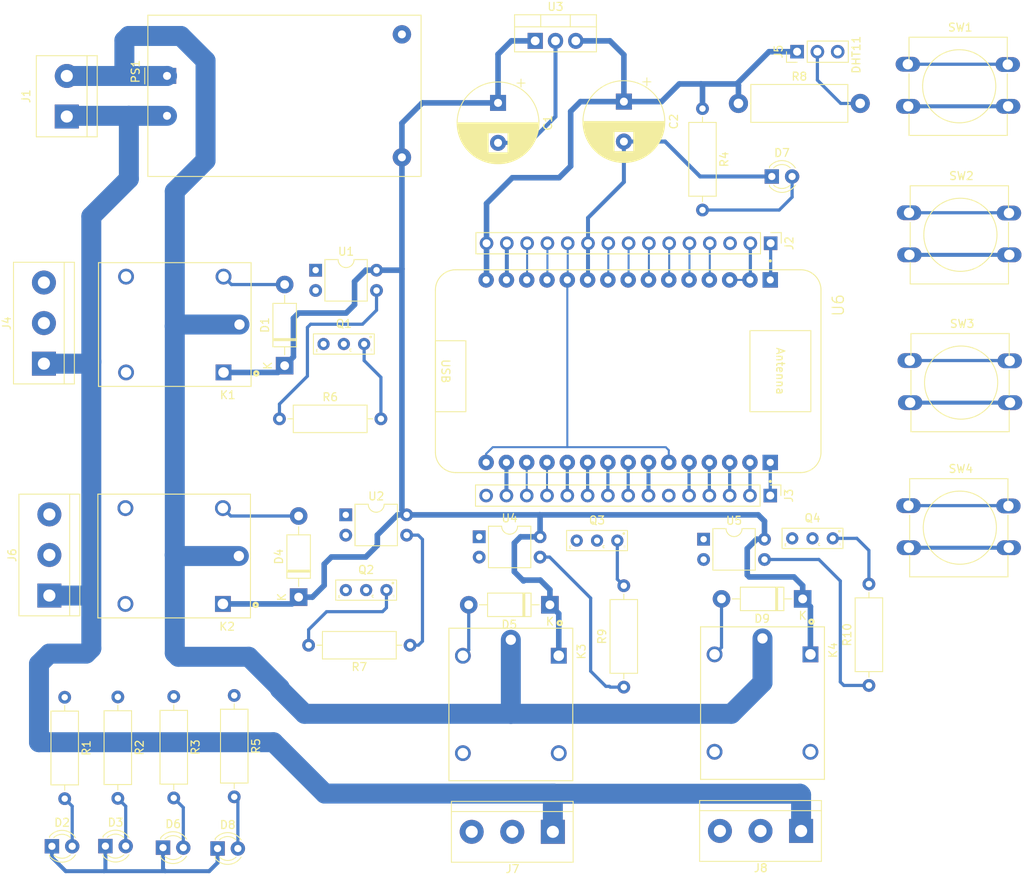
<source format=kicad_pcb>
(kicad_pcb (version 20211014) (generator pcbnew)
  (title_block (title "Home Automation PCB") (date "2022-10-28") (rev "v1"))
  (layers (0 "F.Cu" signal) (31 "B.Cu" signal) (34 "B.Paste" user) (35 "F.Paste" user) (36 "B.SilkS" user "B.Silkscreen") (37 "F.SilkS" user "F.Silkscreen") (38 "B.Mask" user) (39 "F.Mask" user) (44 "Edge.Cuts" user))
  (net 0 "")
  (net 1 "/12v")
  (net 2 "GND")
  (net 3 "/5v")
  (net 4 "/Collector")
  (net 5 "/LED_1")
  (net 6 "/LED_2")
  (net 7 "/Collector_2")
  (net 8 "/Collector_3")
  (net 9 "/LED_3")
  (net 10 "/LED")
  (net 11 "/LED_4")
  (net 12 "/Collector_4")
  (net 13 "/L")
  (net 14 "/N")
  (net 15 "/A0")
  (net 16 "/RSV1")
  (net 17 "/RSV2")
  (net 18 "/SD3")
  (net 19 "/SD2")
  (net 20 "/SD1")
  (net 21 "/CMD")
  (net 22 "/SD0")
  (net 23 "/CLK")
  (net 24 "/3V3-1")
  (net 25 "/EN")
  (net 26 "/RST")
  (net 27 "/D0")
  (net 28 "/D1")
  (net 29 "/D2")
  (net 30 "/D3")
  (net 31 "/D4")
  (net 32 "/3v3-3")
  (net 33 "/D5")
  (net 34 "/D6")
  (net 35 "/D7")
  (net 36 "/D8")
  (net 37 "/RX")
  (net 38 "/TX")
  (net 39 "/3V3-2")
  (net 41 "/NO_4")
  (net 43 "/NO")
  (net 45 "/NO_3")
  (net 47 "/NO_2")
  (net 52 "/Base")
  (net 53 "/Base_2")
  (net 54 "/Base_3")
  (net 55 "/Base_4")
  (net 56 "Net-(R1-Pad1)")
  (net 57 "Net-(R2-Pad1)")
  (net 58 "Net-(R3-Pad1)")
  (net 59 "Net-(R5-Pad1)")
  (net 60 "Net-(R6-Pad1)")
  (net 61 "Net-(R7-Pad1)")
  (net 62 "Net-(R9-Pad1)")
  (net 63 "Net-(R10-Pad1)")
  (footprint "Capacitor_THT:CP_Radial_D10.0mm_P5.00mm" (layer "F.Cu") (at 143.61 53.982323 -90)
    (fp_text reference "C1")
    (fp_text value "470uF")
  )
  (footprint "Connector_PinHeader_2.54mm:PinHeader_1x15_P2.54mm_Vertical" (layer "F.Cu") (at 177.73 71.56 -90)
    (fp_text reference "J2")
    (fp_text value "NodeMCU Header")
  )
  (footprint "My_Footprints:RELAY_SRD-05VDC-SL-C" (layer "F.Cu") (at 145.21 129.32 -90)
    (fp_text reference "K3")
    (fp_text value "Relay_SPDT")
  )
  (footprint "Package_DIP:DIP-4_W7.62mm" (layer "F.Cu") (at 124.55 105.575)
    (fp_text reference "U2")
    (fp_text value "PC817")
  )
  (footprint "Connector_PinHeader_2.54mm:PinHeader_1x03_P2.54mm_Vertical" (layer "F.Cu") (at 181.04 47.57 90)
    (fp_text reference "J5")
    (fp_text value "DHT11 ")
  )
  (footprint "Capacitor_THT:CP_Radial_D10.0mm_P5.00mm" (layer "F.Cu") (at 159.36 53.822323 -90)
    (fp_text reference "C2")
    (fp_text value "470uF")
  )
  (footprint "TerminalBlock:TerminalBlock_bornier-3_P5.08mm" (layer "F.Cu") (at 150.47 145.27 180)
    (fp_text reference "J7")
    (fp_text value "Sw_3")
  )
  (footprint "Resistor_THT:R_Axial_DIN0309_L9.0mm_D3.2mm_P12.70mm_Horizontal" (layer "F.Cu") (at 110.59 128.19 -90)
    (fp_text reference "R5")
    (fp_text value "330")
  )
  (footprint "My_Footprints:4_pin_Button" (layer "F.Cu") (at 201.46 107.13)
    (fp_text reference "SW4")
    (fp_text value "SW_DIP_x02")
  )
  (footprint "TerminalBlock:TerminalBlock_bornier-3_P5.08mm" (layer "F.Cu") (at 87.45 115.68 90)
    (fp_text reference "J6")
    (fp_text value "Sw_2")
  )
  (footprint "My_Footprints:D882_NPN_Transistor" (layer "F.Cu") (at 127.1 115)
    (fp_text reference "Q2")
    (fp_text value "D882")
  )
  (footprint "My_Footprints:RELAY_SRD-05VDC-SL-C" (layer "F.Cu") (at 176.71 129.15 -90)
    (fp_text reference "K4")
    (fp_text value "Relay_SPDT")
  )
  (footprint "Resistor_THT:R_Axial_DIN0414_L11.9mm_D4.5mm_P15.24mm_Horizontal" (layer "F.Cu") (at 173.7 54.05)
    (fp_text reference "R8")
    (fp_text value "10K")
  )
  (footprint "Resistor_THT:R_Axial_DIN0309_L9.0mm_D3.2mm_P12.70mm_Horizontal" (layer "F.Cu") (at 89.37 128.42 -90)
    (fp_text reference "R1")
    (fp_text value "330")
  )
  (footprint "My_Footprints:4_pin_Button" (layer "F.Cu") (at 201.53 70.45)
    (fp_text reference "SW2")
    (fp_text value "SW_DIP_x02")
  )
  (footprint "Package_TO_SOT_THT:TO-220-3_Vertical" (layer "F.Cu") (at 148.26 46.215)
    (fp_text reference "U3")
    (fp_text value "LM7805_TO220")
  )
  (footprint "My_Footprints:D882_NPN_Transistor" (layer "F.Cu") (at 156 108.8)
    (fp_text reference "Q3")
    (fp_text value "D882")
  )
  (footprint "Resistor_THT:R_Axial_DIN0309_L9.0mm_D3.2mm_P12.70mm_Horizontal" (layer "F.Cu") (at 169.2 54.7 -90)
    (fp_text reference "R4")
    (fp_text value "330")
  )
  (footprint "Diode_THT:D_DO-41_SOD81_P10.16mm_Horizontal" (layer "F.Cu") (at 116.9 86.89 90)
    (fp_text reference "D1")
    (fp_text value "1N4007")
  )
  (footprint "My_Footprints:nodemcu_esp8266" (layer "F.Cu") (at 159.9 87.58 -90)
    (fp_text reference "U6")
    (fp_text value "NodeMCU")
  )
  (footprint "My_Footprints:RELAY_SRD-05VDC-SL-C" (layer "F.Cu") (at 103.15 81.74 180)
    (fp_text reference "K1")
    (fp_text value "Relay_SPDT")
  )
  (footprint "Resistor_THT:R_Axial_DIN0309_L9.0mm_D3.2mm_P12.70mm_Horizontal" (layer "F.Cu") (at 159.35 127.15 90)
    (fp_text reference "R9")
    (fp_text value "1K")
  )
  (footprint "LED_THT:LED_D3.0mm" (layer "F.Cu") (at 101.675 147.25)
    (fp_text reference "D6")
    (fp_text value "LED")
  )
  (footprint "Resistor_THT:R_Axial_DIN0309_L9.0mm_D3.2mm_P12.70mm_Horizontal" (layer "F.Cu") (at 96.02 128.38 -90)
    (fp_text reference "R2")
    (fp_text value "330")
  )
  (footprint "Package_DIP:DIP-4_W7.62mm" (layer "F.Cu") (at 120.78 74.935)
    (fp_text reference "U1")
    (fp_text value "PC817")
  )
  (footprint "LED_THT:LED_D3.0mm" (layer "F.Cu") (at 177.875 63.2)
    (fp_text reference "D7")
    (fp_text value "LED")
  )
  (footprint "Converter_ACDC:Converter_ACDC_HiLink_HLK-PMxx" (layer "F.Cu") (at 102.1775 50.6)
    (fp_text reference "PS1")
    (fp_text value "HLK-PM12")
  )
  (footprint "TerminalBlock:TerminalBlock_bornier-3_P5.08mm" (layer "F.Cu") (at 86.77 86.64 90)
    (fp_text reference "J4")
    (fp_text value "Sw_1")
  )
  (footprint "My_Footprints:4_pin_Button" (layer "F.Cu") (at 201.38 51.85)
    (fp_text reference "SW1")
    (fp_text value "SW_DIP_x02")
  )
  (footprint "LED_THT:LED_D3.0mm" (layer "F.Cu") (at 108.505 147.36)
    (fp_text reference "D8")
    (fp_text value "LED")
  )
  (footprint "My_Footprints:D882_NPN_Transistor" (layer "F.Cu") (at 124.31 84.18)
    (fp_text reference "Q1")
    (fp_text value "D882")
  )
  (footprint "Resistor_THT:R_Axial_DIN0309_L9.0mm_D3.2mm_P12.70mm_Horizontal" (layer "F.Cu") (at 132.6 121.9 180)
    (fp_text reference "R7")
    (fp_text value "1K")
  )
  (footprint "Connector_PinHeader_2.54mm:PinHeader_1x15_P2.54mm_Vertical" (layer "F.Cu") (at 177.68 103.16 -90)
    (fp_text reference "J3")
    (fp_text value "NodeMCU Header")
  )
  (footprint "Diode_THT:D_DO-41_SOD81_P10.16mm_Horizontal" (layer "F.Cu") (at 181.74 116.1 180)
    (fp_text reference "D9")
    (fp_text value "1N4007")
  )
  (footprint "Resistor_THT:R_Axial_DIN0309_L9.0mm_D3.2mm_P12.70mm_Horizontal" (layer "F.Cu") (at 103.02 128.33 -90)
    (fp_text reference "R3")
    (fp_text value "330")
  )
  (footprint "LED_THT:LED_D3.0mm" (layer "F.Cu") (at 94.465 147.06)
    (fp_text reference "D3")
    (fp_text value "LED")
  )
  (footprint "LED_THT:LED_D3.0mm" (layer "F.Cu") (at 87.77 147.08)
    (fp_text reference "D2")
    (fp_text value "LED")
  )
  (footprint "My_Footprints:D882_NPN_Transistor" (layer "F.Cu") (at 182.97 108.52)
    (fp_text reference "Q4")
    (fp_text value "D882")
  )
  (footprint "Diode_THT:D_DO-41_SOD81_P10.16mm_Horizontal" (layer "F.Cu") (at 118.65 115.88 90)
    (fp_text reference "D4")
    (fp_text value "1N4007")
  )
  (footprint "Package_DIP:DIP-4_W7.62mm" (layer "F.Cu") (at 169.34 108.625)
    (fp_text reference "U5")
    (fp_text value "PC817")
  )
  (footprint "Diode_THT:D_DO-41_SOD81_P10.16mm_Horizontal" (layer "F.Cu") (at 150.1 116.84 180)
    (fp_text reference "D5")
    (fp_text value "1N4007")
  )
  (footprint "My_Footprints:RELAY_SRD-05VDC-SL-C" (layer "F.Cu") (at 103.07 110.73 180)
    (fp_text reference "K2")
    (fp_text value "Relay_SPDT")
  )
  (footprint "My_Footprints:4_pin_Button" (layer "F.Cu") (at 201.62 88.96)
    (fp_text reference "SW3")
    (fp_text value "SW_DIP_x02")
  )
  (footprint "TerminalBlock:TerminalBlock_bornier-2_P5.08mm" (layer "F.Cu") (at 89.63 55.69 90)
    (fp_text reference "J1")
    (fp_text value "AC_in")
  )
  (footprint "Resistor_THT:R_Axial_DIN0309_L9.0mm_D3.2mm_P12.70mm_Horizontal" (layer "F.Cu") (at 190.03 126.94 90)
    (fp_text reference "R10")
    (fp_text value "1K")
  )
  (footprint "Package_DIP:DIP-4_W7.62mm" (layer "F.Cu") (at 141.25 108.325)
    (fp_text reference "U4")
    (fp_text value "PC817")
  )
  (footprint "TerminalBlock:TerminalBlock_bornier-3_P5.08mm" (layer "F.Cu") (at 181.54 145.16 180)
    (fp_text reference "J8")
    (fp_text value "Sw_4")
  )
  (footprint "Resistor_THT:R_Axial_DIN0309_L9.0mm_D3.2mm_P12.70mm_Horizontal" (layer "F.Cu") (at 116.25 93.55)
    (fp_text reference "R6")
    (fp_text value "1K")
  )
  (segment (start 148.825 105.575) (end 176.175 105.575) (width 0.7) (layer "B.Cu") (net 1))
  (segment (start 182.71 123.05) (end 182.71 117.07) (width 0.7) (layer "B.Cu") (net 1))
  (segment (start 148.87 108.325) (end 148.87 105.62) (width 0.7) (layer "B.Cu") (net 1))
  (segment (start 134.117677 53.982323) (end 143.61 53.982323) (width 0.7) (layer "B.Cu") (net 1))
  (segment (start 145.285 46.215) (end 148.26 46.215) (width 0.7) (layer "B.Cu") (net 1))
  (segment (start 117.8 116.73) (end 118.65 115.88) (width 0.7) (layer "B.Cu") (net 1))
  (segment (start 143.61 53.982323) (end 143.61 47.89) (width 0.7) (layer "B.Cu") (net 1))
  (segment (start 118.65 115.88) (end 120.37 115.88) (width 0.7) (layer "B.Cu") (net 1))
  (segment (start 121.85 114.4) (end 121.85 111.75) (width 0.7) (layer "B.Cu") (net 1))
  (segment (start 131.5775 60.8) (end 131.5775 56.5225) (width 0.7) (layer "B.Cu") (net 1))
  (segment (start 174.8 113.1) (end 174.8 109.8) (width 0.7) (layer "B.Cu") (net 1))
  (segment (start 182.71 117.07) (end 181.74 116.1) (width 0.7) (layer "B.Cu") (net 1))
  (segment (start 143.61 47.89) (end 145.285 46.215) (width 0.7) (layer "B.Cu") (net 1))
  (segment (start 181.74 114.44) (end 180.65 113.35) (width 0.7) (layer "B.Cu") (net 1))
  (segment (start 131.5775 56.5225) (end 134.117677 53.982323) (width 0.7) (layer "B.Cu") (net 1))
  (segment (start 128.4 74.935) (end 131.415 74.935) (width 0.7) (layer "B.Cu") (net 1))
  (segment (start 121.85 111.75) (end 122.75 110.85) (width 0.7) (layer "B.Cu") (net 1))
  (segment (start 128.5 109.4) (end 128.5 108.1) (width 0.7) (layer "B.Cu") (net 1))
  (segment (start 118 85.79) (end 118 80.95) (width 0.7) (layer "B.Cu") (net 1))
  (segment (start 175.05 113.35) (end 174.8 113.1) (width 0.7) (layer "B.Cu") (net 1))
  (segment (start 146.425 108.325) (end 148.87 108.325) (width 0.7) (layer "B.Cu") (net 1))
  (segment (start 175.975 108.625) (end 176.96 108.625) (width 0.7) (layer "B.Cu") (net 1))
  (segment (start 151.21 117.95) (end 150.1 116.84) (width 0.7) (layer "B.Cu") (net 1))
  (segment (start 150.1 114.95) (end 148.9 113.75) (width 0.7) (layer "B.Cu") (net 1))
  (segment (start 131.5775 74.7725) (end 131.5775 104.9825) (width 0.7) (layer "B.Cu") (net 1))
  (segment (start 174.8 109.8) (end 175.975 108.625) (width 0.7) (layer "B.Cu") (net 1))
  (segment (start 118.65 80.3) (end 124.6 80.3) (width 0.7) (layer "B.Cu") (net 1))
  (segment (start 131.5775 104.9825) (end 132.17 105.575) (width 0.7) (layer "B.Cu") (net 1))
  (segment (start 116.05 87.74) (end 116.9 86.89) (width 0.7) (layer "B.Cu") (net 1))
  (segment (start 180.65 113.35) (end 175.05 113.35) (width 0.7) (layer "B.Cu") (net 1))
  (segment (start 122.75 110.85) (end 127.05 110.85) (width 0.7) (layer "B.Cu") (net 1))
  (segment (start 131.5775 60.8) (end 131.5775 74.7725) (width 0.7) (layer "B.Cu") (net 1))
  (segment (start 109.17 116.73) (end 117.8 116.73) (width 0.7) (layer "B.Cu") (net 1))
  (segment (start 131.025 105.575) (end 132.17 105.575) (width 0.7) (layer "B.Cu") (net 1))
  (segment (start 125.65 79.25) (end 125.65 76.35) (width 0.7) (layer "B.Cu") (net 1))
  (segment (start 132.17 105.575) (end 148.825 105.575) (width 0.7) (layer "B.Cu") (net 1))
  (segment (start 146.9 113.75) (end 146.8 113.85) (width 0.7) (layer "B.Cu") (net 1))
  (segment (start 151.21 123.22) (end 151.21 117.95) (width 0.7) (layer "B.Cu") (net 1))
  (segment (start 181.74 116.1) (end 181.74 114.44) (width 0.7) (layer "B.Cu") (net 1))
  (segment (start 145.65 109.1) (end 146.425 108.325) (width 0.7) (layer "B.Cu") (net 1))
  (segment (start 124.6 80.3) (end 125.65 79.25) (width 0.7) (layer "B.Cu") (net 1))
  (segment (start 127.065 74.935) (end 128.4 74.935) (width 0.7) (layer "B.Cu") (net 1))
  (segment (start 150.1 116.84) (end 150.1 114.95) (width 0.7) (layer "B.Cu") (net 1))
  (segment (start 176.96 106.36) (end 176.96 108.625) (width 0.7) (layer "B.Cu") (net 1))
  (segment (start 128.5 108.1) (end 131.025 105.575) (width 0.7) (layer "B.Cu") (net 1))
  (segment (start 148.87 105.62) (end 148.825 105.575) (width 0.7) (layer "B.Cu") (net 1))
  (segment (start 109.25 87.74) (end 116.05 87.74) (width 0.7) (layer "B.Cu") (net 1))
  (segment (start 116.9 86.89) (end 118 85.79) (width 0.7) (layer "B.Cu") (net 1))
  (segment (start 148.9 113.75) (end 146.9 113.75) (width 0.7) (layer "B.Cu") (net 1))
  (segment (start 131.415 74.935) (end 131.5775 74.7725) (width 0.7) (layer "B.Cu") (net 1))
  (segment (start 145.65 112.7) (end 145.65 109.1) (width 0.7) (layer "B.Cu") (net 1))
  (segment (start 176.175 105.575) (end 176.96 106.36) (width 0.7) (layer "B.Cu") (net 1))
  (segment (start 120.37 115.88) (end 121.85 114.4) (width 0.7) (layer "B.Cu") (net 1))
  (segment (start 118 80.95) (end 118.65 80.3) (width 0.7) (layer "B.Cu") (net 1))
  (segment (start 125.65 76.35) (end 127.065 74.935) (width 0.7) (layer "B.Cu") (net 1))
  (segment (start 127.05 110.85) (end 128.5 109.4) (width 0.7) (layer "B.Cu") (net 1))
  (segment (start 146.8 113.85) (end 145.65 112.7) (width 0.7) (layer "B.Cu") (net 1))
  (segment (start 87.77 148.47) (end 87.77 147.08) (width 0.5) (layer "B.Cu") (net 2))
  (segment (start 195.03 109.69) (end 207.53 109.69) (width 0.5) (layer "B.Cu") (net 2))
  (segment (start 177.875 63.2) (end 168.9 63.2) (width 0.5) (layer "B.Cu") (net 2))
  (segment (start 150.8 55.7) (end 147.517677 58.982323) (width 0.5) (layer "B.Cu") (net 2))
  (segment (start 164.522323 58.822323) (end 159.36 58.822323) (width 0.5) (layer "B.Cu") (net 2))
  (segment (start 108.505 147.36) (end 108.505 149.145) (width 0.5) (layer "B.Cu") (net 2))
  (segment (start 159.36 58.822323) (end 159.36 63.89) (width 0.5) (layer "B.Cu") (net 2))
  (segment (start 94.3 150.2) (end 89.5 150.2) (width 0.5) (layer "B.Cu") (net 2))
  (segment (start 144.71 71.56) (end 144.71 76.1) (width 0.5) (layer "B.Cu") (net 2))
  (segment (start 154.87 76.1) (end 154.82 76.15) (width 0.5) (layer "B.Cu") (net 2))
  (segment (start 108.505 149.145) (end 107.45 150.2) (width 0.5) (layer "B.Cu") (net 2))
  (segment (start 195.19 91.52) (end 207.69 91.52) (width 0.5) (layer "B.Cu") (net 2))
  (segment (start 101.675 149.925) (end 101.95 150.2) (width 0.5) (layer "B.Cu") (net 2))
  (segment (start 101.675 147.25) (end 101.675 149.925) (width 0.5) (layer "B.Cu") (net 2))
  (segment (start 168.9 63.2) (end 164.522323 58.822323) (width 0.5) (layer "B.Cu") (net 2))
  (segment (start 144.66 99.01) (end 144.66 103.16) (width 0.5) (layer "B.Cu") (net 2))
  (segment (start 107.45 150.2) (end 101.95 150.2) (width 0.5) (layer "B.Cu") (net 2))
  (segment (start 94.465 150.035) (end 94.3 150.2) (width 0.5) (layer "B.Cu") (net 2))
  (segment (start 147.517677 58.982323) (end 143.61 58.982323) (width 0.5) (layer "B.Cu") (net 2))
  (segment (start 144.71 76.1) (end 144.66 76.15) (width 0.5) (layer "B.Cu") (net 2))
  (segment (start 94.465 147.06) (end 94.465 150.035) (width 0.5) (layer "B.Cu") (net 2))
  (segment (start 101.95 150.2) (end 94.3 150.2) (width 0.5) (layer "B.Cu") (net 2))
  (segment (start 159.36 63.89) (end 154.87 68.38) (width 0.5) (layer "B.Cu") (net 2))
  (segment (start 162.44 99.01) (end 162.44 103.16) (width 0.5) (layer "B.Cu") (net 2))
  (segment (start 195.1 73.01) (end 207.6 73.01) (width 0.5) (layer "B.Cu") (net 2))
  (segment (start 150.8 46.215) (end 150.8 55.7) (width 0.5) (layer "B.Cu") (net 2))
  (segment (start 89.5 150.2) (end 87.77 148.47) (width 0.5) (layer "B.Cu") (net 2))
  (segment (start 194.95 54.41) (end 207.45 54.41) (width 0.5) (layer "B.Cu") (net 2))
  (segment (start 154.87 68.38) (end 154.87 71.56) (width 0.5) (layer "B.Cu") (net 2))
  (segment (start 154.87 71.56) (end 154.87 76.1) (width 0.5) (layer "B.Cu") (net 2))
  (segment (start 169.01 51.61) (end 173.54 51.61) (width 0.7) (layer "B.Cu") (net 3))
  (segment (start 166.29 51.61) (end 169.01 51.61) (width 0.7) (layer "B.Cu") (net 3))
  (segment (start 164.077677 53.822323) (end 166.29 51.61) (width 0.7) (layer "B.Cu") (net 3))
  (segment (start 159.36 47.96) (end 159.36 53.822323) (width 0.7) (layer "B.Cu") (net 3))
  (segment (start 142.17 71.56) (end 142.17 66.58) (width 0.7) (layer "B.Cu") (net 3))
  (segment (start 151.25 63.35) (end 152.7 61.9) (width 0.7) (layer "B.Cu") (net 3))
  (segment (start 169.2 54.7) (end 169.2 51.8) (width 0.7) (layer "B.Cu") (net 3))
  (segment (start 153.927677 53.822323) (end 159.36 53.822323) (width 0.7) (layer "B.Cu") (net 3))
  (segment (start 145.4 63.35) (end 151.25 63.35) (width 0.7) (layer "B.Cu") (net 3))
  (segment (start 181.04 47.57) (end 177.53 47.57) (width 0.7) (layer "B.Cu") (net 3))
  (segment (start 173.7 51.77) (end 173.7 54.05) (width 0.7) (layer "B.Cu") (net 3))
  (segment (start 142.17 76.1) (end 142.12 76.15) (width 0.7) (layer "B.Cu") (net 3))
  (segment (start 173.477677 53.822323) (end 173.54 53.76) (width 0.7) (layer "B.Cu") (net 3))
  (segment (start 173.54 51.61) (end 173.7 51.77) (width 0.7) (layer "B.Cu") (net 3))
  (segment (start 157.615 46.215) (end 159.36 47.96) (width 0.7) (layer "B.Cu") (net 3))
  (segment (start 159.36 53.822323) (end 164.077677 53.822323) (width 0.7) (layer "B.Cu") (net 3))
  (segment (start 173.54 51.56) (end 173.54 51.61) (width 0.7) (layer "B.Cu") (net 3))
  (segment (start 152.7 61.9) (end 152.7 55.05) (width 0.7) (layer "B.Cu") (net 3))
  (segment (start 173.54 53.76) (end 173.54 53.89) (width 0.7) (layer "B.Cu") (net 3))
  (segment (start 177.53 47.57) (end 173.54 51.56) (width 0.7) (layer "B.Cu") (net 3))
  (segment (start 142.17 71.56) (end 142.17 76.1) (width 0.7) (layer "B.Cu") (net 3))
  (segment (start 152.7 55.05) (end 153.927677 53.822323) (width 0.7) (layer "B.Cu") (net 3))
  (segment (start 169.2 51.8) (end 169.01 51.61) (width 0.7) (layer "B.Cu") (net 3))
  (segment (start 142.17 66.58) (end 145.4 63.35) (width 0.7) (layer "B.Cu") (net 3))
  (segment (start 173.54 53.89) (end 173.7 54.05) (width 0.7) (layer "B.Cu") (net 3))
  (segment (start 153.34 46.215) (end 157.615 46.215) (width 0.7) (layer "B.Cu") (net 3))
  (segment (start 116.9 76.73) (end 110.24 76.73) (width 0.4) (layer "B.Cu") (net 4))
  (segment (start 110.24 76.73) (end 109.25 75.74) (width 0.4) (layer "B.Cu") (net 4))
  (segment (start 90.31 142.06) (end 89.37 141.12) (width 0.4) (layer "B.Cu") (net 5))
  (segment (start 90.31 147.08) (end 90.31 142.06) (width 0.4) (layer "B.Cu") (net 5))
  (segment (start 97.005 142.065) (end 96.02 141.08) (width 0.4) (layer "B.Cu") (net 6))
  (segment (start 97.005 147.06) (end 97.005 142.065) (width 0.4) (layer "B.Cu") (net 6))
  (segment (start 110.16 105.72) (end 109.17 104.73) (width 0.4) (layer "B.Cu") (net 7))
  (segment (start 118.65 105.72) (end 110.16 105.72) (width 0.4) (layer "B.Cu") (net 7))
  (segment (start 139.94 116.84) (end 139.94 122.49) (width 0.4) (layer "B.Cu") (net 8))
  (segment (start 139.94 122.49) (end 139.21 123.22) (width 0.4) (layer "B.Cu") (net 8))
  (segment (start 104.215 142.225) (end 103.02 141.03) (width 0.4) (layer "B.Cu") (net 9))
  (segment (start 104.215 147.25) (end 104.215 142.225) (width 0.4) (layer "B.Cu") (net 9))
  (segment (start 178.8 67.4) (end 180.415 65.785) (width 0.4) (layer "B.Cu") (net 10))
  (segment (start 180.415 65.785) (end 180.415 63.2) (width 0.4) (layer "B.Cu") (net 10))
  (segment (start 169.2 67.4) (end 178.8 67.4) (width 0.4) (layer "B.Cu") (net 10))
  (segment (start 111.045 147.36) (end 111.045 141.345) (width 0.4) (layer "B.Cu") (net 11))
  (segment (start 111.045 141.345) (end 110.59 140.89) (width 0.4) (layer "B.Cu") (net 11))
  (segment (start 171.58 122.18) (end 170.71 123.05) (width 0.4) (layer "B.Cu") (net 12))
  (segment (start 171.58 116.1) (end 171.58 122.18) (width 0.4) (layer "B.Cu") (net 12))
  (segment (start 89.63 50.61) (end 96.84 50.61) (width 2.5) (layer "B.Cu") (net 13))
  (segment (start 176.71 126.59) (end 176.71 121.05) (width 2.5) (layer "B.Cu") (net 13))
  (segment (start 119.39 130.49) (end 145.21 130.49) (width 2.5) (layer "B.Cu") (net 13))
  (segment (start 145.21 130.49) (end 172.81 130.49) (width 2.5) (layer "B.Cu") (net 13))
  (segment (start 96.84 50.61) (end 96.84 46.16) (width 2.5) (layer "B.Cu") (net 13))
  (segment (start 145.21 121.22) (end 145.21 130.49) (width 2.5) (layer "B.Cu") (net 13))
  (segment (start 116.3 127.25) (end 116.3 127.4) (width 2.5) (layer "B.Cu") (net 13))
  (segment (start 107 48.7) (end 107 61.2) (width 2.5) (layer "B.Cu") (net 13))
  (segment (start 172.81 130.49) (end 176.71 126.59) (width 2.5) (layer "B.Cu") (net 13))
  (segment (start 102.1675 50.61) (end 102.1775 50.6) (width 2.5) (layer "B.Cu") (net 13))
  (segment (start 116.3 127.4) (end 119.39 130.49) (width 2.5) (layer "B.Cu") (net 13))
  (segment (start 103.36 81.74) (end 103.15 81.95) (width 2.5) (layer "B.Cu") (net 13))
  (segment (start 89.63 50.61) (end 89.63 50.65) (width 2.5) (layer "B.Cu") (net 13))
  (segment (start 107 61.2) (end 103.15 65.05) (width 2.5) (layer "B.Cu") (net 13))
  (segment (start 103.15 65.05) (end 103.15 81.95) (width 2.5) (layer "B.Cu") (net 13))
  (segment (start 97.4 45.6) (end 103.9 45.6) (width 2.5) (layer "B.Cu") (net 13))
  (segment (start 89.63 50.65) (end 89.67 50.69) (width 2.5) (layer "B.Cu") (net 13))
  (segment (start 103.28 110.73) (end 111.17 110.73) (width 2.5) (layer "B.Cu") (net 13))
  (segment (start 96.84 46.16) (end 97.4 45.6) (width 2.5) (layer "B.Cu") (net 13))
  (segment (start 103.9 45.6) (end 107 48.7) (width 2.5) (layer "B.Cu") (net 13))
  (segment (start 103.15 122.9) (end 103.6 123.35) (width 2.5) (layer "B.Cu") (net 13))
  (segment (start 111.25 81.74) (end 103.36 81.74) (width 2.5) (layer "B.Cu") (net 13))
  (segment (start 103.6 123.35) (end 112.4 123.35) (width 2.5) (layer "B.Cu") (net 13))
  (segment (start 103.15 81.95) (end 103.15 110.6) (width 2.5) (layer "B.Cu") (net 13))
  (segment (start 103.15 110.6) (end 103.15 122.9) (width 2.5) (layer "B.Cu") (net 13))
  (segment (start 112.4 123.35) (end 116.3 127.25) (width 2.5) (layer "B.Cu") (net 13))
  (segment (start 103.15 110.6) (end 103.28 110.73) (width 2.5) (layer "B.Cu") (net 13))
  (segment (start 96.84 50.61) (end 102.1675 50.61) (width 2.5) (layer "B.Cu") (net 13))
  (segment (start 181.54 140.64) (end 181.54 145.16) (width 2.5) (layer "B.Cu") (net 14))
  (segment (start 92.7 122.3) (end 92.7 86.4) (width 2.5) (layer "B.Cu") (net 14))
  (segment (start 89.72 55.6) (end 89.63 55.69) (width 2.5) (layer "B.Cu") (net 14))
  (segment (start 86.15 134.05) (end 86.15 124.25) (width 2.5) (layer "B.Cu") (net 14))
  (segment (start 150.47 140.48) (end 150.49 140.5) (width 2.5) (layer "B.Cu") (net 14))
  (segment (start 86.77 86.64) (end 92.46 86.64) (width 2.5) (layer "B.Cu") (net 14))
  (segment (start 92.46 86.64) (end 92.7 86.4) (width 2.5) (layer "B.Cu") (net 14))
  (segment (start 150.49 140.5) (end 181.4 140.5) (width 2.5) (layer "B.Cu") (net 14))
  (segment (start 87.45 122.95) (end 92.05 122.95) (width 2.5) (layer "B.Cu") (net 14))
  (segment (start 181.4 140.5) (end 181.54 140.64) (width 2.5) (layer "B.Cu") (net 14))
  (segment (start 86.15 124.25) (end 87.45 122.95) (width 2.5) (layer "B.Cu") (net 14))
  (segment (start 92.7 68.2) (end 92.7 86.4) (width 2.5) (layer "B.Cu") (net 14))
  (segment (start 92.05 122.95) (end 92.7 122.3) (width 2.5) (layer "B.Cu") (net 14))
  (segment (start 150.47 145.27) (end 150.47 140.48) (width 2.5) (layer "B.Cu") (net 14))
  (segment (start 97.4 63.5) (end 92.7 68.2) (width 2.5) (layer "B.Cu") (net 14))
  (segment (start 97.4 55.6) (end 89.72 55.6) (width 2.5) (layer "B.Cu") (net 14))
  (segment (start 97.4 55.6) (end 97.4 63.5) (width 2.5) (layer "B.Cu") (net 14))
  (segment (start 102.1775 55.6) (end 97.4 55.6) (width 2.5) (layer "B.Cu") (net 14))
  (segment (start 121.93 140.48) (end 115.5 134.05) (width 2.5) (layer "B.Cu") (net 14))
  (segment (start 92.58 115.68) (end 87.45 115.68) (width 2.5) (layer "B.Cu") (net 14))
  (segment (start 150.47 140.48) (end 121.93 140.48) (width 2.5) (layer "B.Cu") (net 14))
  (segment (start 115.5 134.05) (end 86.15 134.05) (width 2.5) (layer "B.Cu") (net 14))
  (segment (start 177.73 76.1) (end 177.68 76.15) (width 0.4) (layer "B.Cu") (net 15))
  (segment (start 177.73 71.56) (end 177.73 76.1) (width 0.4) (layer "B.Cu") (net 15))
  (segment (start 175.19 71.56) (end 175.19 76.1) (width 0.4) (layer "B.Cu") (net 16))
  (segment (start 175.19 76.1) (end 175.14 76.15) (width 0.4) (layer "B.Cu") (net 16))
  (segment (start 172.6 76.15) (end 175.14 76.15) (width 0.25) (layer "B.Cu") (net 16))
  (segment (start 170.11 71.56) (end 170.11 76.1) (width 0.25) (layer "B.Cu") (net 18))
  (segment (start 170.11 76.1) (end 170.06 76.15) (width 0.25) (layer "B.Cu") (net 18))
  (segment (start 167.57 71.56) (end 167.57 76.1) (width 0.25) (layer "B.Cu") (net 19))
  (segment (start 167.57 76.1) (end 167.52 76.15) (width 0.25) (layer "B.Cu") (net 19))
  (segment (start 165.03 76.1) (end 164.98 76.15) (width 0.25) (layer "B.Cu") (net 20))
  (segment (start 165.03 71.56) (end 165.03 76.1) (width 0.25) (layer "B.Cu") (net 20))
  (segment (start 162.49 76.1) (end 162.44 76.15) (width 0.25) (layer "B.Cu") (net 21))
  (segment (start 162.49 71.56) (end 162.49 76.1) (width 0.25) (layer "B.Cu") (net 21))
  (segment (start 159.95 76.1) (end 159.9 76.15) (width 0.25) (layer "B.Cu") (net 22))
  (segment (start 159.95 71.56) (end 159.95 76.1) (width 0.25) (layer "B.Cu") (net 22))
  (segment (start 157.41 71.56) (end 157.41 76.1) (width 0.25) (layer "B.Cu") (net 23))
  (segment (start 157.41 76.1) (end 157.36 76.15) (width 0.25) (layer "B.Cu") (net 23))
  (segment (start 152.28 76.15) (end 152.28 97.07) (width 0.25) (layer "B.Cu") (net 24))
  (segment (start 164.98 99.01) (end 164.98 97.48) (width 0.25) (layer "B.Cu") (net 24))
  (segment (start 152.33 76.1) (end 152.28 76.15) (width 0.25) (layer "B.Cu") (net 24))
  (segment (start 142.95 97.1) (end 142.12 97.93) (width 0.25) (layer "B.Cu") (net 24))
  (segment (start 142.12 97.93) (end 142.12 99.01) (width 0.25) (layer "B.Cu") (net 24))
  (segment (start 164.98 97.48) (end 164.6 97.1) (width 0.25) (layer "B.Cu") (net 24))
  (segment (start 164.6 97.1) (end 152.25 97.1) (width 0.25) (layer "B.Cu") (net 24))
  (segment (start 152.33 71.56) (end 152.33 76.1) (width 0.25) (layer "B.Cu") (net 24))
  (segment (start 152.28 97.07) (end 152.25 97.1) (width 0.25) (layer "B.Cu") (net 24))
  (segment (start 152.25 97.1) (end 142.95 97.1) (width 0.25) (layer "B.Cu") (net 24))
  (segment (start 149.79 76.1) (end 149.74 76.15) (width 0.25) (layer "B.Cu") (net 25))
  (segment (start 149.79 71.56) (end 149.79 76.1) (width 0.25) (layer "B.Cu") (net 25))
  (segment (start 147.25 71.56) (end 147.25 76.1) (width 0.25) (layer "B.Cu") (net 26))
  (segment (start 147.25 76.1) (end 147.2 76.15) (width 0.25) (layer "B.Cu") (net 26))
  (segment (start 188.94 54.05) (end 186.5 54.05) (width 0.4) (layer "B.Cu") (net 27))
  (segment (start 177.68 99.01) (end 177.68 103.16) (width 0.4) (layer "B.Cu") (net 27))
  (segment (start 186.5 54.05) (end 183.58 51.13) (width 0.4) (layer "B.Cu") (net 27))
  (segment (start 183.58 51.13) (end 183.58 47.57) (width 0.4) (layer "B.Cu") (net 27))
  (segment (start 175.14 99.01) (end 175.14 103.16) (width 0.4) (layer "B.Cu") (net 28))
  (segment (start 172.6 99.01) (end 172.6 103.16) (width 0.4) (layer "B.Cu") (net 29))
  (segment (start 170.06 99.01) (end 170.06 103.16) (width 0.4) (layer "B.Cu") (net 30))
  (segment (start 167.52 99.01) (end 167.52 103.16) (width 0.4) (layer "B.Cu") (net 31))
  (segment (start 159.9 99.01) (end 159.9 103.16) (width 0.4) (layer "B.Cu") (net 33))
  (segment (start 207.37 49.14) (end 207.41 49.18) (width 0.4) (layer "B.Cu") (net 33))
  (segment (start 194.9 49.14) (end 207.37 49.14) (width 0.4) (layer "B.Cu") (net 33))
  (segment (start 207.52 67.74) (end 207.56 67.78) (width 0.4) (layer "B.Cu") (net 34))
  (segment (start 195.05 67.74) (end 207.52 67.74) (width 0.4) (layer "B.Cu") (net 34))
  (segment (start 157.36 99.01) (end 157.36 103.16) (width 0.4) (layer "B.Cu") (net 34))
  (segment (start 154.82 99.01) (end 154.82 103.16) (width 0.4) (layer "B.Cu") (net 35))
  (segment (start 207.61 86.25) (end 207.65 86.29) (width 0.4) (layer "B.Cu") (net 35))
  (segment (start 195.14 86.25) (end 207.61 86.25) (width 0.4) (layer "B.Cu") (net 35))
  (segment (start 207.45 104.42) (end 207.49 104.46) (width 0.4) (layer "B.Cu") (net 36))
  (segment (start 194.98 104.42) (end 207.45 104.42) (width 0.4) (layer "B.Cu") (net 36))
  (segment (start 152.28 99.01) (end 152.28 103.16) (width 0.4) (layer "B.Cu") (net 36))
  (segment (start 149.74 99.01) (end 149.74 103.16) (width 0.25) (layer "B.Cu") (net 37))
  (segment (start 147.2 99.01) (end 147.2 103.16) (width 0.25) (layer "B.Cu") (net 38))
  (segment (start 126.85 86.25) (end 126.85 84.18) (width 0.4) (layer "B.Cu") (net 52))
  (segment (start 128.95 88.35) (end 126.85 86.25) (width 0.4) (layer "B.Cu") (net 52))
  (segment (start 128.95 93.55) (end 128.95 88.35) (width 0.4) (layer "B.Cu") (net 52))
  (segment (start 129.15 117.7) (end 129.64 117.21) (width 0.4) (layer "B.Cu") (net 53))
  (segment (start 129.64 117.21) (end 129.64 115) (width 0.4) (layer "B.Cu") (net 53))
  (segment (start 122.15 117.7) (end 129.15 117.7) (width 0.4) (layer "B.Cu") (net 53))
  (segment (start 119.9 119.95) (end 122.15 117.7) (width 0.4) (layer "B.Cu") (net 53))
  (segment (start 119.9 121.9) (end 119.9 119.95) (width 0.4) (layer "B.Cu") (net 53))
  (segment (start 158.54 113.64) (end 159.35 114.45) (width 0.4) (layer "B.Cu") (net 54))
  (segment (start 158.54 108.8) (end 158.54 113.64) (width 0.4) (layer "B.Cu") (net 54))
  (segment (start 190.03 110.03) (end 188.5 108.5) (width 0.4) (layer "B.Cu") (net 55))
  (segment (start 188.48 108.52) (end 185.51 108.52) (width 0.4) (layer "B.Cu") (net 55))
  (segment (start 188.5 108.5) (end 188.48 108.52) (width 0.4) (layer "B.Cu") (net 55))
  (segment (start 190.03 114.24) (end 190.03 110.03) (width 0.4) (layer "B.Cu") (net 55))
  (segment (start 116.25 93.55) (end 116.25 91.7) (width 0.4) (layer "B.Cu") (net 60))
  (segment (start 128.4 79.95) (end 128.4 77.475) (width 0.4) (layer "B.Cu") (net 60))
  (segment (start 119.75 88.2) (end 119.75 82.1) (width 0.4) (layer "B.Cu") (net 60))
  (segment (start 119.75 82.1) (end 120.15 81.7) (width 0.4) (layer "B.Cu") (net 60))
  (segment (start 120.15 81.7) (end 126.65 81.7) (width 0.4) (layer "B.Cu") (net 60))
  (segment (start 116.25 91.7) (end 119.75 88.2) (width 0.4) (layer "B.Cu") (net 60))
  (segment (start 126.65 81.7) (end 128.4 79.95) (width 0.4) (layer "B.Cu") (net 60))
  (segment (start 134.15 108.65) (end 134.15 121.4) (width 0.4) (layer "B.Cu") (net 61))
  (segment (start 132.17 108.115) (end 133.615 108.115) (width 0.4) (layer "B.Cu") (net 61))
  (segment (start 133.615 108.115) (end 134.15 108.65) (width 0.4) (layer "B.Cu") (net 61))
  (segment (start 133.65 121.9) (end 132.6 121.9) (width 0.4) (layer "B.Cu") (net 61))
  (segment (start 134.15 121.4) (end 133.65 121.9) (width 0.4) (layer "B.Cu") (net 61))
  (segment (start 157.1 127.05) (end 157.55 127.05) (width 0.4) (layer "B.Cu") (net 62))
  (segment (start 155.2 125.15) (end 157.1 127.05) (width 0.4) (layer "B.Cu") (net 62))
  (segment (start 157.55 127.05) (end 157.65 127.15) (width 0.4) (layer "B.Cu") (net 62))
  (segment (start 150.065 110.865) (end 155.2 116) (width 0.4) (layer "B.Cu") (net 62))
  (segment (start 148.87 110.865) (end 150.065 110.865) (width 0.4) (layer "B.Cu") (net 62))
  (segment (start 155.2 116) (end 155.2 125.15) (width 0.4) (layer "B.Cu") (net 62))
  (segment (start 157.65 127.15) (end 159.35 127.15) (width 0.4) (layer "B.Cu") (net 62))
  (segment (start 176.96 111.165) (end 183.765 111.165) (width 0.4) (layer "B.Cu") (net 63))
  (segment (start 186.89 126.94) (end 190.03 126.94) (width 0.4) (layer "B.Cu") (net 63))
  (segment (start 183.765 111.165) (end 186.45 113.85) (width 0.4) (layer "B.Cu") (net 63))
  (segment (start 186.45 113.85) (end 186.45 126.5) (width 0.4) (layer "B.Cu") (net 63))
  (segment (start 186.45 126.5) (end 186.89 126.94) (width 0.4) (layer "B.Cu") (net 63))
)
</source>
